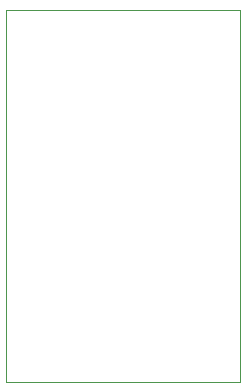
<source format=gbr>
%TF.GenerationSoftware,KiCad,Pcbnew,(6.0.5)*%
%TF.CreationDate,2025-09-07T14:18:53-04:00*%
%TF.ProjectId,inf_mirror_board_rev1,696e665f-6d69-4727-926f-725f626f6172,rev?*%
%TF.SameCoordinates,Original*%
%TF.FileFunction,Profile,NP*%
%FSLAX46Y46*%
G04 Gerber Fmt 4.6, Leading zero omitted, Abs format (unit mm)*
G04 Created by KiCad (PCBNEW (6.0.5)) date 2025-09-07 14:18:53*
%MOMM*%
%LPD*%
G01*
G04 APERTURE LIST*
%TA.AperFunction,Profile*%
%ADD10C,0.100000*%
%TD*%
G04 APERTURE END LIST*
D10*
X148055439Y-106368127D02*
X128243439Y-106368127D01*
X128243439Y-106368127D02*
X128243439Y-74872127D01*
X128243439Y-74872127D02*
X148055439Y-74872127D01*
X148055439Y-74872127D02*
X148055439Y-106368127D01*
M02*

</source>
